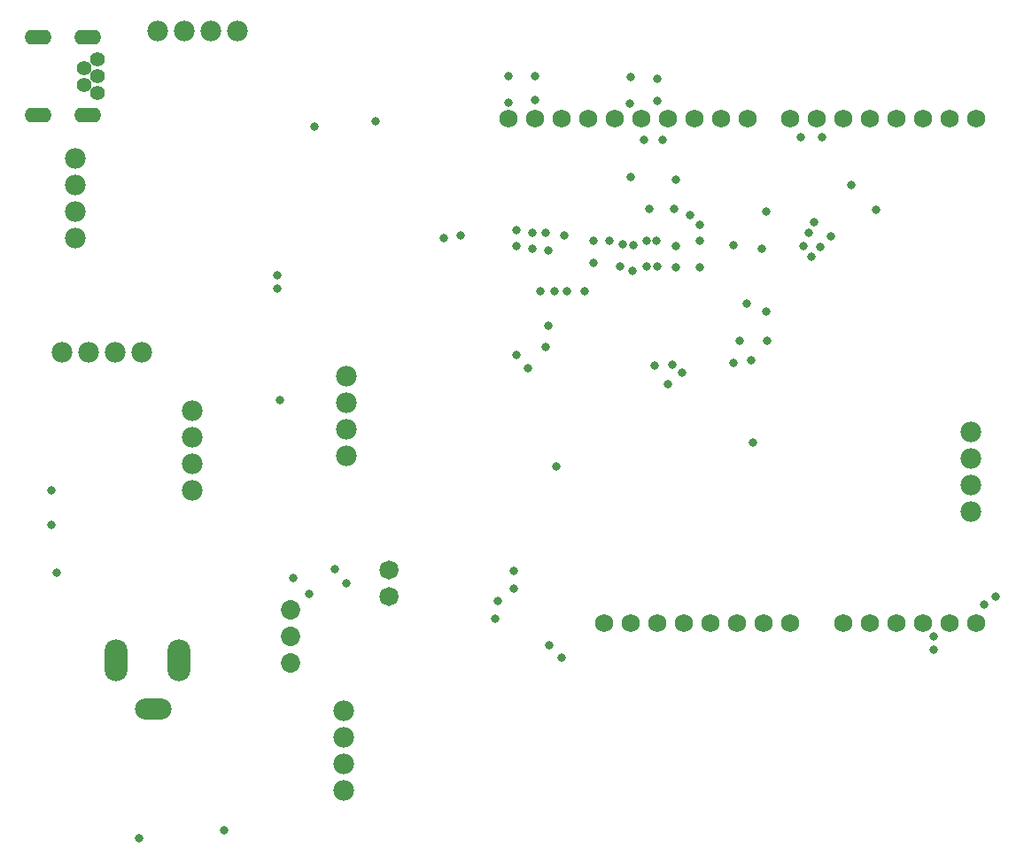
<source format=gbs>
G04*
G04 #@! TF.GenerationSoftware,Altium Limited,Altium Designer,24.1.2 (44)*
G04*
G04 Layer_Color=16711935*
%FSLAX44Y44*%
%MOMM*%
G71*
G04*
G04 #@! TF.SameCoordinates,A56E43B2-B914-4F06-BF03-FB78D576DE16*
G04*
G04*
G04 #@! TF.FilePolarity,Negative*
G04*
G01*
G75*
%ADD30C,0.0000*%
%ADD41O,2.6032X1.4032*%
%ADD42C,1.4032*%
%ADD43C,1.9812*%
%ADD44C,1.8232*%
%ADD45C,1.8532*%
%ADD46C,1.7272*%
%ADD47O,2.2032X4.0032*%
%ADD48O,3.5032X2.0032*%
%ADD49C,0.8382*%
D30*
X361671Y307340D02*
G03*
X361671Y307340I-8611J0D01*
G01*
Y281940D02*
G03*
X361671Y281940I-8611J0D01*
G01*
D41*
X17462Y816980D02*
D03*
X64962D02*
D03*
Y742580D02*
D03*
X17462D02*
D03*
D42*
X73979Y763581D02*
D03*
Y779581D02*
D03*
X61941Y771582D02*
D03*
Y787582D02*
D03*
X73979Y795580D02*
D03*
D43*
X66040Y515620D02*
D03*
X40640D02*
D03*
X116840D02*
D03*
X91440D02*
D03*
X312420Y467360D02*
D03*
Y492760D02*
D03*
Y416560D02*
D03*
Y441960D02*
D03*
X309880Y121920D02*
D03*
Y96520D02*
D03*
Y172720D02*
D03*
Y147320D02*
D03*
X53340Y650240D02*
D03*
Y624840D02*
D03*
Y701040D02*
D03*
Y675640D02*
D03*
X165100Y434340D02*
D03*
Y459740D02*
D03*
Y383540D02*
D03*
Y408940D02*
D03*
X909320Y414020D02*
D03*
Y439420D02*
D03*
Y363220D02*
D03*
Y388620D02*
D03*
X182880Y822960D02*
D03*
X208280D02*
D03*
X132080D02*
D03*
X157480D02*
D03*
D44*
X353060Y307340D02*
D03*
Y281940D02*
D03*
D45*
X259080Y218440D02*
D03*
Y243840D02*
D03*
Y269240D02*
D03*
D46*
X736600Y739140D02*
D03*
X762000D02*
D03*
X787400D02*
D03*
X812800D02*
D03*
X838200D02*
D03*
X863600D02*
D03*
X889000D02*
D03*
X914400D02*
D03*
X695960D02*
D03*
X670560D02*
D03*
X645160D02*
D03*
X619760D02*
D03*
X594360D02*
D03*
X568960D02*
D03*
X543560D02*
D03*
X518160D02*
D03*
X492760D02*
D03*
X467360D02*
D03*
X736600Y256540D02*
D03*
X711200D02*
D03*
X685800D02*
D03*
X660400D02*
D03*
X635000D02*
D03*
X609600D02*
D03*
X584200D02*
D03*
X558800D02*
D03*
X914400D02*
D03*
X889000D02*
D03*
X863600D02*
D03*
X838200D02*
D03*
X812800D02*
D03*
X787400D02*
D03*
D47*
X152400Y220980D02*
D03*
X92400D02*
D03*
D48*
X127400Y174480D02*
D03*
D49*
X698881Y508000D02*
D03*
X681863Y505603D02*
D03*
X688340Y526675D02*
D03*
X694817Y562225D02*
D03*
X713867Y554605D02*
D03*
X709034Y614807D02*
D03*
X641080Y646700D02*
D03*
X714030Y526773D02*
D03*
X681990Y617855D02*
D03*
X633064Y495904D02*
D03*
X619760Y485140D02*
D03*
X505460Y541274D02*
D03*
X624078Y503586D02*
D03*
X502920Y520700D02*
D03*
X485384Y500136D02*
D03*
X474980Y513080D02*
D03*
X510794Y574040D02*
D03*
X474980Y617220D02*
D03*
Y632460D02*
D03*
X584200Y778764D02*
D03*
X583438Y753618D02*
D03*
X614680Y718820D02*
D03*
X596900D02*
D03*
X607060Y502920D02*
D03*
X539750Y574040D02*
D03*
X523240D02*
D03*
X497840D02*
D03*
X505460Y612628D02*
D03*
X490220Y614680D02*
D03*
Y629920D02*
D03*
X502920Y629646D02*
D03*
X585988Y593217D02*
D03*
X548640Y622300D02*
D03*
Y601345D02*
D03*
X650240Y596494D02*
D03*
X627380Y596646D02*
D03*
X609600Y597281D02*
D03*
X599440D02*
D03*
X574040D02*
D03*
X586740Y617855D02*
D03*
X609600Y756158D02*
D03*
X625202Y652780D02*
D03*
X601946Y653016D02*
D03*
X584200Y683260D02*
D03*
X576580Y618490D02*
D03*
X563730Y622327D02*
D03*
X467360Y754380D02*
D03*
Y779780D02*
D03*
X609600Y777240D02*
D03*
X922020Y274320D02*
D03*
X873760Y230886D02*
D03*
Y243840D02*
D03*
X932450Y282210D02*
D03*
X405130Y624840D02*
D03*
X421640Y627380D02*
D03*
X492760Y756920D02*
D03*
Y779780D02*
D03*
X818548Y652112D02*
D03*
X795020Y675640D02*
D03*
X340539Y736421D02*
D03*
X767080Y721360D02*
D03*
X746760D02*
D03*
X261620Y299720D02*
D03*
X276860Y284480D02*
D03*
X301275Y308461D02*
D03*
X312420Y294640D02*
D03*
X599440Y621919D02*
D03*
X608838D02*
D03*
X650240Y637540D02*
D03*
Y622300D02*
D03*
X472440Y306070D02*
D03*
Y289560D02*
D03*
X457200Y277495D02*
D03*
X454660Y260985D02*
D03*
X114300Y50800D02*
D03*
X195580Y58420D02*
D03*
X506486Y235194D02*
D03*
X518160Y223520D02*
D03*
X701040Y429260D02*
D03*
X775637Y626443D02*
D03*
X520700Y627380D02*
D03*
X713740Y650240D02*
D03*
X627380Y680720D02*
D03*
Y617220D02*
D03*
X513080Y406400D02*
D03*
X749196Y617323D02*
D03*
X757086Y606894D02*
D03*
X765144Y616617D02*
D03*
X754380Y629920D02*
D03*
X759460Y640080D02*
D03*
X246380Y589534D02*
D03*
Y576580D02*
D03*
X281940Y731520D02*
D03*
X248920Y469900D02*
D03*
X35560Y304800D02*
D03*
X30480Y350520D02*
D03*
Y383540D02*
D03*
M02*

</source>
